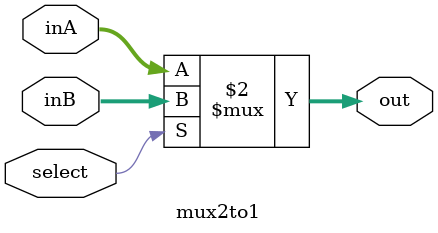
<source format=v>
`timescale 1ns / 1ps
`default_nettype none //helps catch typo-related bugs
module mux2to1(select, inA, inB, out);

	//parameter definitions
	parameter N = 32;

	//port definitions - customize for different bit widths
	input wire [N-1:0] inA, inB;
	input wire select;
	output wire [N-1:0] out;
	
	assign out = (select == 0) ? inA : inB;

endmodule
`default_nettype wire //some Xilinx IP requires that the default_nettype be set to wire

</source>
